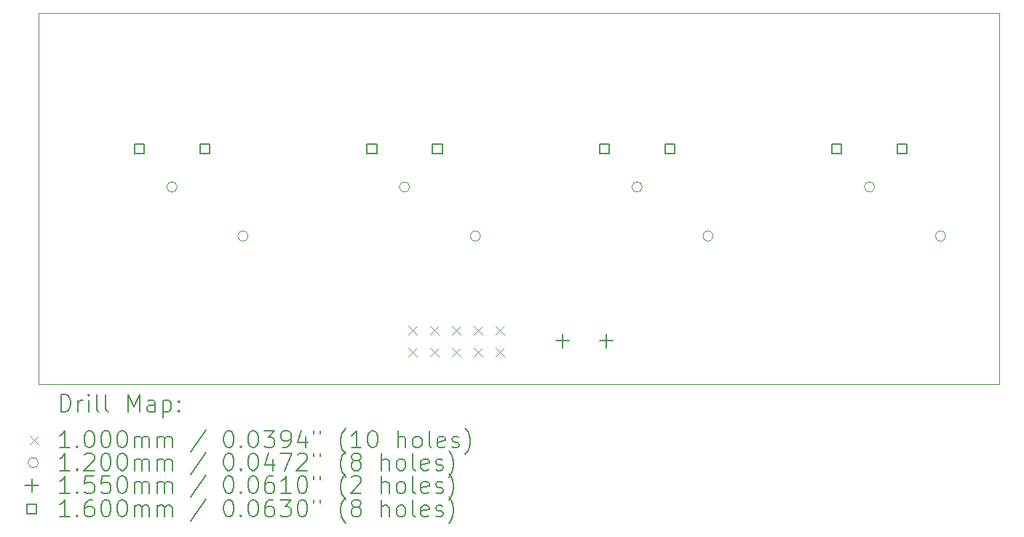
<source format=gbr>
%TF.GenerationSoftware,KiCad,Pcbnew,7.0.6*%
%TF.CreationDate,2023-11-23T12:56:35+01:00*%
%TF.ProjectId,xlrfemale,786c7266-656d-4616-9c65-2e6b69636164,1*%
%TF.SameCoordinates,Original*%
%TF.FileFunction,Drillmap*%
%TF.FilePolarity,Positive*%
%FSLAX45Y45*%
G04 Gerber Fmt 4.5, Leading zero omitted, Abs format (unit mm)*
G04 Created by KiCad (PCBNEW 7.0.6) date 2023-11-23 12:56:35*
%MOMM*%
%LPD*%
G01*
G04 APERTURE LIST*
%ADD10C,0.100000*%
%ADD11C,0.200000*%
%ADD12C,0.120000*%
%ADD13C,0.155000*%
%ADD14C,0.160000*%
G04 APERTURE END LIST*
D10*
X8890000Y-7620000D02*
X20066000Y-7620000D01*
X20066000Y-11938000D01*
X8890000Y-11938000D01*
X8890000Y-7620000D01*
D11*
D10*
X13186400Y-11255000D02*
X13286400Y-11355000D01*
X13286400Y-11255000D02*
X13186400Y-11355000D01*
X13186400Y-11509000D02*
X13286400Y-11609000D01*
X13286400Y-11509000D02*
X13186400Y-11609000D01*
X13440400Y-11255000D02*
X13540400Y-11355000D01*
X13540400Y-11255000D02*
X13440400Y-11355000D01*
X13440400Y-11509000D02*
X13540400Y-11609000D01*
X13540400Y-11509000D02*
X13440400Y-11609000D01*
X13694400Y-11255000D02*
X13794400Y-11355000D01*
X13794400Y-11255000D02*
X13694400Y-11355000D01*
X13694400Y-11509000D02*
X13794400Y-11609000D01*
X13794400Y-11509000D02*
X13694400Y-11609000D01*
X13948400Y-11255000D02*
X14048400Y-11355000D01*
X14048400Y-11255000D02*
X13948400Y-11355000D01*
X13948400Y-11509000D02*
X14048400Y-11609000D01*
X14048400Y-11509000D02*
X13948400Y-11609000D01*
X14202400Y-11255000D02*
X14302400Y-11355000D01*
X14302400Y-11255000D02*
X14202400Y-11355000D01*
X14202400Y-11509000D02*
X14302400Y-11609000D01*
X14302400Y-11509000D02*
X14202400Y-11609000D01*
D12*
X10499400Y-9639800D02*
G75*
G03*
X10499400Y-9639800I-60000J0D01*
G01*
X11324400Y-10210800D02*
G75*
G03*
X11324400Y-10210800I-60000J0D01*
G01*
X13204400Y-9639800D02*
G75*
G03*
X13204400Y-9639800I-60000J0D01*
G01*
X14029400Y-10210800D02*
G75*
G03*
X14029400Y-10210800I-60000J0D01*
G01*
X15909400Y-9639800D02*
G75*
G03*
X15909400Y-9639800I-60000J0D01*
G01*
X16734400Y-10210800D02*
G75*
G03*
X16734400Y-10210800I-60000J0D01*
G01*
X18614400Y-9639800D02*
G75*
G03*
X18614400Y-9639800I-60000J0D01*
G01*
X19439400Y-10210800D02*
G75*
G03*
X19439400Y-10210800I-60000J0D01*
G01*
D13*
X14986000Y-11352500D02*
X14986000Y-11507500D01*
X14908500Y-11430000D02*
X15063500Y-11430000D01*
X15494000Y-11352500D02*
X15494000Y-11507500D01*
X15416500Y-11430000D02*
X15571500Y-11430000D01*
D14*
X10114969Y-9251369D02*
X10114969Y-9138231D01*
X10001831Y-9138231D01*
X10001831Y-9251369D01*
X10114969Y-9251369D01*
X10876969Y-9251369D02*
X10876969Y-9138231D01*
X10763831Y-9138231D01*
X10763831Y-9251369D01*
X10876969Y-9251369D01*
X12819969Y-9251369D02*
X12819969Y-9138231D01*
X12706831Y-9138231D01*
X12706831Y-9251369D01*
X12819969Y-9251369D01*
X13581969Y-9251369D02*
X13581969Y-9138231D01*
X13468831Y-9138231D01*
X13468831Y-9251369D01*
X13581969Y-9251369D01*
X15524969Y-9251369D02*
X15524969Y-9138231D01*
X15411831Y-9138231D01*
X15411831Y-9251369D01*
X15524969Y-9251369D01*
X16286969Y-9251369D02*
X16286969Y-9138231D01*
X16173831Y-9138231D01*
X16173831Y-9251369D01*
X16286969Y-9251369D01*
X18229969Y-9251369D02*
X18229969Y-9138231D01*
X18116831Y-9138231D01*
X18116831Y-9251369D01*
X18229969Y-9251369D01*
X18991969Y-9251369D02*
X18991969Y-9138231D01*
X18878831Y-9138231D01*
X18878831Y-9251369D01*
X18991969Y-9251369D01*
D11*
X9145777Y-12254484D02*
X9145777Y-12054484D01*
X9145777Y-12054484D02*
X9193396Y-12054484D01*
X9193396Y-12054484D02*
X9221967Y-12064008D01*
X9221967Y-12064008D02*
X9241015Y-12083055D01*
X9241015Y-12083055D02*
X9250539Y-12102103D01*
X9250539Y-12102103D02*
X9260063Y-12140198D01*
X9260063Y-12140198D02*
X9260063Y-12168769D01*
X9260063Y-12168769D02*
X9250539Y-12206865D01*
X9250539Y-12206865D02*
X9241015Y-12225912D01*
X9241015Y-12225912D02*
X9221967Y-12244960D01*
X9221967Y-12244960D02*
X9193396Y-12254484D01*
X9193396Y-12254484D02*
X9145777Y-12254484D01*
X9345777Y-12254484D02*
X9345777Y-12121150D01*
X9345777Y-12159246D02*
X9355301Y-12140198D01*
X9355301Y-12140198D02*
X9364824Y-12130674D01*
X9364824Y-12130674D02*
X9383872Y-12121150D01*
X9383872Y-12121150D02*
X9402920Y-12121150D01*
X9469586Y-12254484D02*
X9469586Y-12121150D01*
X9469586Y-12054484D02*
X9460063Y-12064008D01*
X9460063Y-12064008D02*
X9469586Y-12073531D01*
X9469586Y-12073531D02*
X9479110Y-12064008D01*
X9479110Y-12064008D02*
X9469586Y-12054484D01*
X9469586Y-12054484D02*
X9469586Y-12073531D01*
X9593396Y-12254484D02*
X9574348Y-12244960D01*
X9574348Y-12244960D02*
X9564824Y-12225912D01*
X9564824Y-12225912D02*
X9564824Y-12054484D01*
X9698158Y-12254484D02*
X9679110Y-12244960D01*
X9679110Y-12244960D02*
X9669586Y-12225912D01*
X9669586Y-12225912D02*
X9669586Y-12054484D01*
X9926729Y-12254484D02*
X9926729Y-12054484D01*
X9926729Y-12054484D02*
X9993396Y-12197341D01*
X9993396Y-12197341D02*
X10060063Y-12054484D01*
X10060063Y-12054484D02*
X10060063Y-12254484D01*
X10241015Y-12254484D02*
X10241015Y-12149722D01*
X10241015Y-12149722D02*
X10231491Y-12130674D01*
X10231491Y-12130674D02*
X10212444Y-12121150D01*
X10212444Y-12121150D02*
X10174348Y-12121150D01*
X10174348Y-12121150D02*
X10155301Y-12130674D01*
X10241015Y-12244960D02*
X10221967Y-12254484D01*
X10221967Y-12254484D02*
X10174348Y-12254484D01*
X10174348Y-12254484D02*
X10155301Y-12244960D01*
X10155301Y-12244960D02*
X10145777Y-12225912D01*
X10145777Y-12225912D02*
X10145777Y-12206865D01*
X10145777Y-12206865D02*
X10155301Y-12187817D01*
X10155301Y-12187817D02*
X10174348Y-12178293D01*
X10174348Y-12178293D02*
X10221967Y-12178293D01*
X10221967Y-12178293D02*
X10241015Y-12168769D01*
X10336253Y-12121150D02*
X10336253Y-12321150D01*
X10336253Y-12130674D02*
X10355301Y-12121150D01*
X10355301Y-12121150D02*
X10393396Y-12121150D01*
X10393396Y-12121150D02*
X10412444Y-12130674D01*
X10412444Y-12130674D02*
X10421967Y-12140198D01*
X10421967Y-12140198D02*
X10431491Y-12159246D01*
X10431491Y-12159246D02*
X10431491Y-12216388D01*
X10431491Y-12216388D02*
X10421967Y-12235436D01*
X10421967Y-12235436D02*
X10412444Y-12244960D01*
X10412444Y-12244960D02*
X10393396Y-12254484D01*
X10393396Y-12254484D02*
X10355301Y-12254484D01*
X10355301Y-12254484D02*
X10336253Y-12244960D01*
X10517205Y-12235436D02*
X10526729Y-12244960D01*
X10526729Y-12244960D02*
X10517205Y-12254484D01*
X10517205Y-12254484D02*
X10507682Y-12244960D01*
X10507682Y-12244960D02*
X10517205Y-12235436D01*
X10517205Y-12235436D02*
X10517205Y-12254484D01*
X10517205Y-12130674D02*
X10526729Y-12140198D01*
X10526729Y-12140198D02*
X10517205Y-12149722D01*
X10517205Y-12149722D02*
X10507682Y-12140198D01*
X10507682Y-12140198D02*
X10517205Y-12130674D01*
X10517205Y-12130674D02*
X10517205Y-12149722D01*
D10*
X8785000Y-12533000D02*
X8885000Y-12633000D01*
X8885000Y-12533000D02*
X8785000Y-12633000D01*
D11*
X9250539Y-12674484D02*
X9136253Y-12674484D01*
X9193396Y-12674484D02*
X9193396Y-12474484D01*
X9193396Y-12474484D02*
X9174348Y-12503055D01*
X9174348Y-12503055D02*
X9155301Y-12522103D01*
X9155301Y-12522103D02*
X9136253Y-12531627D01*
X9336253Y-12655436D02*
X9345777Y-12664960D01*
X9345777Y-12664960D02*
X9336253Y-12674484D01*
X9336253Y-12674484D02*
X9326729Y-12664960D01*
X9326729Y-12664960D02*
X9336253Y-12655436D01*
X9336253Y-12655436D02*
X9336253Y-12674484D01*
X9469586Y-12474484D02*
X9488634Y-12474484D01*
X9488634Y-12474484D02*
X9507682Y-12484008D01*
X9507682Y-12484008D02*
X9517205Y-12493531D01*
X9517205Y-12493531D02*
X9526729Y-12512579D01*
X9526729Y-12512579D02*
X9536253Y-12550674D01*
X9536253Y-12550674D02*
X9536253Y-12598293D01*
X9536253Y-12598293D02*
X9526729Y-12636388D01*
X9526729Y-12636388D02*
X9517205Y-12655436D01*
X9517205Y-12655436D02*
X9507682Y-12664960D01*
X9507682Y-12664960D02*
X9488634Y-12674484D01*
X9488634Y-12674484D02*
X9469586Y-12674484D01*
X9469586Y-12674484D02*
X9450539Y-12664960D01*
X9450539Y-12664960D02*
X9441015Y-12655436D01*
X9441015Y-12655436D02*
X9431491Y-12636388D01*
X9431491Y-12636388D02*
X9421967Y-12598293D01*
X9421967Y-12598293D02*
X9421967Y-12550674D01*
X9421967Y-12550674D02*
X9431491Y-12512579D01*
X9431491Y-12512579D02*
X9441015Y-12493531D01*
X9441015Y-12493531D02*
X9450539Y-12484008D01*
X9450539Y-12484008D02*
X9469586Y-12474484D01*
X9660063Y-12474484D02*
X9679110Y-12474484D01*
X9679110Y-12474484D02*
X9698158Y-12484008D01*
X9698158Y-12484008D02*
X9707682Y-12493531D01*
X9707682Y-12493531D02*
X9717205Y-12512579D01*
X9717205Y-12512579D02*
X9726729Y-12550674D01*
X9726729Y-12550674D02*
X9726729Y-12598293D01*
X9726729Y-12598293D02*
X9717205Y-12636388D01*
X9717205Y-12636388D02*
X9707682Y-12655436D01*
X9707682Y-12655436D02*
X9698158Y-12664960D01*
X9698158Y-12664960D02*
X9679110Y-12674484D01*
X9679110Y-12674484D02*
X9660063Y-12674484D01*
X9660063Y-12674484D02*
X9641015Y-12664960D01*
X9641015Y-12664960D02*
X9631491Y-12655436D01*
X9631491Y-12655436D02*
X9621967Y-12636388D01*
X9621967Y-12636388D02*
X9612444Y-12598293D01*
X9612444Y-12598293D02*
X9612444Y-12550674D01*
X9612444Y-12550674D02*
X9621967Y-12512579D01*
X9621967Y-12512579D02*
X9631491Y-12493531D01*
X9631491Y-12493531D02*
X9641015Y-12484008D01*
X9641015Y-12484008D02*
X9660063Y-12474484D01*
X9850539Y-12474484D02*
X9869586Y-12474484D01*
X9869586Y-12474484D02*
X9888634Y-12484008D01*
X9888634Y-12484008D02*
X9898158Y-12493531D01*
X9898158Y-12493531D02*
X9907682Y-12512579D01*
X9907682Y-12512579D02*
X9917205Y-12550674D01*
X9917205Y-12550674D02*
X9917205Y-12598293D01*
X9917205Y-12598293D02*
X9907682Y-12636388D01*
X9907682Y-12636388D02*
X9898158Y-12655436D01*
X9898158Y-12655436D02*
X9888634Y-12664960D01*
X9888634Y-12664960D02*
X9869586Y-12674484D01*
X9869586Y-12674484D02*
X9850539Y-12674484D01*
X9850539Y-12674484D02*
X9831491Y-12664960D01*
X9831491Y-12664960D02*
X9821967Y-12655436D01*
X9821967Y-12655436D02*
X9812444Y-12636388D01*
X9812444Y-12636388D02*
X9802920Y-12598293D01*
X9802920Y-12598293D02*
X9802920Y-12550674D01*
X9802920Y-12550674D02*
X9812444Y-12512579D01*
X9812444Y-12512579D02*
X9821967Y-12493531D01*
X9821967Y-12493531D02*
X9831491Y-12484008D01*
X9831491Y-12484008D02*
X9850539Y-12474484D01*
X10002920Y-12674484D02*
X10002920Y-12541150D01*
X10002920Y-12560198D02*
X10012444Y-12550674D01*
X10012444Y-12550674D02*
X10031491Y-12541150D01*
X10031491Y-12541150D02*
X10060063Y-12541150D01*
X10060063Y-12541150D02*
X10079110Y-12550674D01*
X10079110Y-12550674D02*
X10088634Y-12569722D01*
X10088634Y-12569722D02*
X10088634Y-12674484D01*
X10088634Y-12569722D02*
X10098158Y-12550674D01*
X10098158Y-12550674D02*
X10117205Y-12541150D01*
X10117205Y-12541150D02*
X10145777Y-12541150D01*
X10145777Y-12541150D02*
X10164825Y-12550674D01*
X10164825Y-12550674D02*
X10174348Y-12569722D01*
X10174348Y-12569722D02*
X10174348Y-12674484D01*
X10269586Y-12674484D02*
X10269586Y-12541150D01*
X10269586Y-12560198D02*
X10279110Y-12550674D01*
X10279110Y-12550674D02*
X10298158Y-12541150D01*
X10298158Y-12541150D02*
X10326729Y-12541150D01*
X10326729Y-12541150D02*
X10345777Y-12550674D01*
X10345777Y-12550674D02*
X10355301Y-12569722D01*
X10355301Y-12569722D02*
X10355301Y-12674484D01*
X10355301Y-12569722D02*
X10364825Y-12550674D01*
X10364825Y-12550674D02*
X10383872Y-12541150D01*
X10383872Y-12541150D02*
X10412444Y-12541150D01*
X10412444Y-12541150D02*
X10431491Y-12550674D01*
X10431491Y-12550674D02*
X10441015Y-12569722D01*
X10441015Y-12569722D02*
X10441015Y-12674484D01*
X10831491Y-12464960D02*
X10660063Y-12722103D01*
X11088634Y-12474484D02*
X11107682Y-12474484D01*
X11107682Y-12474484D02*
X11126729Y-12484008D01*
X11126729Y-12484008D02*
X11136253Y-12493531D01*
X11136253Y-12493531D02*
X11145777Y-12512579D01*
X11145777Y-12512579D02*
X11155301Y-12550674D01*
X11155301Y-12550674D02*
X11155301Y-12598293D01*
X11155301Y-12598293D02*
X11145777Y-12636388D01*
X11145777Y-12636388D02*
X11136253Y-12655436D01*
X11136253Y-12655436D02*
X11126729Y-12664960D01*
X11126729Y-12664960D02*
X11107682Y-12674484D01*
X11107682Y-12674484D02*
X11088634Y-12674484D01*
X11088634Y-12674484D02*
X11069587Y-12664960D01*
X11069587Y-12664960D02*
X11060063Y-12655436D01*
X11060063Y-12655436D02*
X11050539Y-12636388D01*
X11050539Y-12636388D02*
X11041015Y-12598293D01*
X11041015Y-12598293D02*
X11041015Y-12550674D01*
X11041015Y-12550674D02*
X11050539Y-12512579D01*
X11050539Y-12512579D02*
X11060063Y-12493531D01*
X11060063Y-12493531D02*
X11069587Y-12484008D01*
X11069587Y-12484008D02*
X11088634Y-12474484D01*
X11241015Y-12655436D02*
X11250539Y-12664960D01*
X11250539Y-12664960D02*
X11241015Y-12674484D01*
X11241015Y-12674484D02*
X11231491Y-12664960D01*
X11231491Y-12664960D02*
X11241015Y-12655436D01*
X11241015Y-12655436D02*
X11241015Y-12674484D01*
X11374348Y-12474484D02*
X11393396Y-12474484D01*
X11393396Y-12474484D02*
X11412444Y-12484008D01*
X11412444Y-12484008D02*
X11421967Y-12493531D01*
X11421967Y-12493531D02*
X11431491Y-12512579D01*
X11431491Y-12512579D02*
X11441015Y-12550674D01*
X11441015Y-12550674D02*
X11441015Y-12598293D01*
X11441015Y-12598293D02*
X11431491Y-12636388D01*
X11431491Y-12636388D02*
X11421967Y-12655436D01*
X11421967Y-12655436D02*
X11412444Y-12664960D01*
X11412444Y-12664960D02*
X11393396Y-12674484D01*
X11393396Y-12674484D02*
X11374348Y-12674484D01*
X11374348Y-12674484D02*
X11355301Y-12664960D01*
X11355301Y-12664960D02*
X11345777Y-12655436D01*
X11345777Y-12655436D02*
X11336253Y-12636388D01*
X11336253Y-12636388D02*
X11326729Y-12598293D01*
X11326729Y-12598293D02*
X11326729Y-12550674D01*
X11326729Y-12550674D02*
X11336253Y-12512579D01*
X11336253Y-12512579D02*
X11345777Y-12493531D01*
X11345777Y-12493531D02*
X11355301Y-12484008D01*
X11355301Y-12484008D02*
X11374348Y-12474484D01*
X11507682Y-12474484D02*
X11631491Y-12474484D01*
X11631491Y-12474484D02*
X11564825Y-12550674D01*
X11564825Y-12550674D02*
X11593396Y-12550674D01*
X11593396Y-12550674D02*
X11612444Y-12560198D01*
X11612444Y-12560198D02*
X11621967Y-12569722D01*
X11621967Y-12569722D02*
X11631491Y-12588769D01*
X11631491Y-12588769D02*
X11631491Y-12636388D01*
X11631491Y-12636388D02*
X11621967Y-12655436D01*
X11621967Y-12655436D02*
X11612444Y-12664960D01*
X11612444Y-12664960D02*
X11593396Y-12674484D01*
X11593396Y-12674484D02*
X11536253Y-12674484D01*
X11536253Y-12674484D02*
X11517206Y-12664960D01*
X11517206Y-12664960D02*
X11507682Y-12655436D01*
X11726729Y-12674484D02*
X11764825Y-12674484D01*
X11764825Y-12674484D02*
X11783872Y-12664960D01*
X11783872Y-12664960D02*
X11793396Y-12655436D01*
X11793396Y-12655436D02*
X11812444Y-12626865D01*
X11812444Y-12626865D02*
X11821967Y-12588769D01*
X11821967Y-12588769D02*
X11821967Y-12512579D01*
X11821967Y-12512579D02*
X11812444Y-12493531D01*
X11812444Y-12493531D02*
X11802920Y-12484008D01*
X11802920Y-12484008D02*
X11783872Y-12474484D01*
X11783872Y-12474484D02*
X11745777Y-12474484D01*
X11745777Y-12474484D02*
X11726729Y-12484008D01*
X11726729Y-12484008D02*
X11717206Y-12493531D01*
X11717206Y-12493531D02*
X11707682Y-12512579D01*
X11707682Y-12512579D02*
X11707682Y-12560198D01*
X11707682Y-12560198D02*
X11717206Y-12579246D01*
X11717206Y-12579246D02*
X11726729Y-12588769D01*
X11726729Y-12588769D02*
X11745777Y-12598293D01*
X11745777Y-12598293D02*
X11783872Y-12598293D01*
X11783872Y-12598293D02*
X11802920Y-12588769D01*
X11802920Y-12588769D02*
X11812444Y-12579246D01*
X11812444Y-12579246D02*
X11821967Y-12560198D01*
X11993396Y-12541150D02*
X11993396Y-12674484D01*
X11945777Y-12464960D02*
X11898158Y-12607817D01*
X11898158Y-12607817D02*
X12021967Y-12607817D01*
X12088634Y-12474484D02*
X12088634Y-12512579D01*
X12164825Y-12474484D02*
X12164825Y-12512579D01*
X12460063Y-12750674D02*
X12450539Y-12741150D01*
X12450539Y-12741150D02*
X12431491Y-12712579D01*
X12431491Y-12712579D02*
X12421968Y-12693531D01*
X12421968Y-12693531D02*
X12412444Y-12664960D01*
X12412444Y-12664960D02*
X12402920Y-12617341D01*
X12402920Y-12617341D02*
X12402920Y-12579246D01*
X12402920Y-12579246D02*
X12412444Y-12531627D01*
X12412444Y-12531627D02*
X12421968Y-12503055D01*
X12421968Y-12503055D02*
X12431491Y-12484008D01*
X12431491Y-12484008D02*
X12450539Y-12455436D01*
X12450539Y-12455436D02*
X12460063Y-12445912D01*
X12641015Y-12674484D02*
X12526729Y-12674484D01*
X12583872Y-12674484D02*
X12583872Y-12474484D01*
X12583872Y-12474484D02*
X12564825Y-12503055D01*
X12564825Y-12503055D02*
X12545777Y-12522103D01*
X12545777Y-12522103D02*
X12526729Y-12531627D01*
X12764825Y-12474484D02*
X12783872Y-12474484D01*
X12783872Y-12474484D02*
X12802920Y-12484008D01*
X12802920Y-12484008D02*
X12812444Y-12493531D01*
X12812444Y-12493531D02*
X12821968Y-12512579D01*
X12821968Y-12512579D02*
X12831491Y-12550674D01*
X12831491Y-12550674D02*
X12831491Y-12598293D01*
X12831491Y-12598293D02*
X12821968Y-12636388D01*
X12821968Y-12636388D02*
X12812444Y-12655436D01*
X12812444Y-12655436D02*
X12802920Y-12664960D01*
X12802920Y-12664960D02*
X12783872Y-12674484D01*
X12783872Y-12674484D02*
X12764825Y-12674484D01*
X12764825Y-12674484D02*
X12745777Y-12664960D01*
X12745777Y-12664960D02*
X12736253Y-12655436D01*
X12736253Y-12655436D02*
X12726729Y-12636388D01*
X12726729Y-12636388D02*
X12717206Y-12598293D01*
X12717206Y-12598293D02*
X12717206Y-12550674D01*
X12717206Y-12550674D02*
X12726729Y-12512579D01*
X12726729Y-12512579D02*
X12736253Y-12493531D01*
X12736253Y-12493531D02*
X12745777Y-12484008D01*
X12745777Y-12484008D02*
X12764825Y-12474484D01*
X13069587Y-12674484D02*
X13069587Y-12474484D01*
X13155301Y-12674484D02*
X13155301Y-12569722D01*
X13155301Y-12569722D02*
X13145777Y-12550674D01*
X13145777Y-12550674D02*
X13126730Y-12541150D01*
X13126730Y-12541150D02*
X13098158Y-12541150D01*
X13098158Y-12541150D02*
X13079110Y-12550674D01*
X13079110Y-12550674D02*
X13069587Y-12560198D01*
X13279110Y-12674484D02*
X13260063Y-12664960D01*
X13260063Y-12664960D02*
X13250539Y-12655436D01*
X13250539Y-12655436D02*
X13241015Y-12636388D01*
X13241015Y-12636388D02*
X13241015Y-12579246D01*
X13241015Y-12579246D02*
X13250539Y-12560198D01*
X13250539Y-12560198D02*
X13260063Y-12550674D01*
X13260063Y-12550674D02*
X13279110Y-12541150D01*
X13279110Y-12541150D02*
X13307682Y-12541150D01*
X13307682Y-12541150D02*
X13326730Y-12550674D01*
X13326730Y-12550674D02*
X13336253Y-12560198D01*
X13336253Y-12560198D02*
X13345777Y-12579246D01*
X13345777Y-12579246D02*
X13345777Y-12636388D01*
X13345777Y-12636388D02*
X13336253Y-12655436D01*
X13336253Y-12655436D02*
X13326730Y-12664960D01*
X13326730Y-12664960D02*
X13307682Y-12674484D01*
X13307682Y-12674484D02*
X13279110Y-12674484D01*
X13460063Y-12674484D02*
X13441015Y-12664960D01*
X13441015Y-12664960D02*
X13431491Y-12645912D01*
X13431491Y-12645912D02*
X13431491Y-12474484D01*
X13612444Y-12664960D02*
X13593396Y-12674484D01*
X13593396Y-12674484D02*
X13555301Y-12674484D01*
X13555301Y-12674484D02*
X13536253Y-12664960D01*
X13536253Y-12664960D02*
X13526730Y-12645912D01*
X13526730Y-12645912D02*
X13526730Y-12569722D01*
X13526730Y-12569722D02*
X13536253Y-12550674D01*
X13536253Y-12550674D02*
X13555301Y-12541150D01*
X13555301Y-12541150D02*
X13593396Y-12541150D01*
X13593396Y-12541150D02*
X13612444Y-12550674D01*
X13612444Y-12550674D02*
X13621968Y-12569722D01*
X13621968Y-12569722D02*
X13621968Y-12588769D01*
X13621968Y-12588769D02*
X13526730Y-12607817D01*
X13698158Y-12664960D02*
X13717206Y-12674484D01*
X13717206Y-12674484D02*
X13755301Y-12674484D01*
X13755301Y-12674484D02*
X13774349Y-12664960D01*
X13774349Y-12664960D02*
X13783872Y-12645912D01*
X13783872Y-12645912D02*
X13783872Y-12636388D01*
X13783872Y-12636388D02*
X13774349Y-12617341D01*
X13774349Y-12617341D02*
X13755301Y-12607817D01*
X13755301Y-12607817D02*
X13726730Y-12607817D01*
X13726730Y-12607817D02*
X13707682Y-12598293D01*
X13707682Y-12598293D02*
X13698158Y-12579246D01*
X13698158Y-12579246D02*
X13698158Y-12569722D01*
X13698158Y-12569722D02*
X13707682Y-12550674D01*
X13707682Y-12550674D02*
X13726730Y-12541150D01*
X13726730Y-12541150D02*
X13755301Y-12541150D01*
X13755301Y-12541150D02*
X13774349Y-12550674D01*
X13850539Y-12750674D02*
X13860063Y-12741150D01*
X13860063Y-12741150D02*
X13879111Y-12712579D01*
X13879111Y-12712579D02*
X13888634Y-12693531D01*
X13888634Y-12693531D02*
X13898158Y-12664960D01*
X13898158Y-12664960D02*
X13907682Y-12617341D01*
X13907682Y-12617341D02*
X13907682Y-12579246D01*
X13907682Y-12579246D02*
X13898158Y-12531627D01*
X13898158Y-12531627D02*
X13888634Y-12503055D01*
X13888634Y-12503055D02*
X13879111Y-12484008D01*
X13879111Y-12484008D02*
X13860063Y-12455436D01*
X13860063Y-12455436D02*
X13850539Y-12445912D01*
D12*
X8885000Y-12847000D02*
G75*
G03*
X8885000Y-12847000I-60000J0D01*
G01*
D11*
X9250539Y-12938484D02*
X9136253Y-12938484D01*
X9193396Y-12938484D02*
X9193396Y-12738484D01*
X9193396Y-12738484D02*
X9174348Y-12767055D01*
X9174348Y-12767055D02*
X9155301Y-12786103D01*
X9155301Y-12786103D02*
X9136253Y-12795627D01*
X9336253Y-12919436D02*
X9345777Y-12928960D01*
X9345777Y-12928960D02*
X9336253Y-12938484D01*
X9336253Y-12938484D02*
X9326729Y-12928960D01*
X9326729Y-12928960D02*
X9336253Y-12919436D01*
X9336253Y-12919436D02*
X9336253Y-12938484D01*
X9421967Y-12757531D02*
X9431491Y-12748008D01*
X9431491Y-12748008D02*
X9450539Y-12738484D01*
X9450539Y-12738484D02*
X9498158Y-12738484D01*
X9498158Y-12738484D02*
X9517205Y-12748008D01*
X9517205Y-12748008D02*
X9526729Y-12757531D01*
X9526729Y-12757531D02*
X9536253Y-12776579D01*
X9536253Y-12776579D02*
X9536253Y-12795627D01*
X9536253Y-12795627D02*
X9526729Y-12824198D01*
X9526729Y-12824198D02*
X9412444Y-12938484D01*
X9412444Y-12938484D02*
X9536253Y-12938484D01*
X9660063Y-12738484D02*
X9679110Y-12738484D01*
X9679110Y-12738484D02*
X9698158Y-12748008D01*
X9698158Y-12748008D02*
X9707682Y-12757531D01*
X9707682Y-12757531D02*
X9717205Y-12776579D01*
X9717205Y-12776579D02*
X9726729Y-12814674D01*
X9726729Y-12814674D02*
X9726729Y-12862293D01*
X9726729Y-12862293D02*
X9717205Y-12900388D01*
X9717205Y-12900388D02*
X9707682Y-12919436D01*
X9707682Y-12919436D02*
X9698158Y-12928960D01*
X9698158Y-12928960D02*
X9679110Y-12938484D01*
X9679110Y-12938484D02*
X9660063Y-12938484D01*
X9660063Y-12938484D02*
X9641015Y-12928960D01*
X9641015Y-12928960D02*
X9631491Y-12919436D01*
X9631491Y-12919436D02*
X9621967Y-12900388D01*
X9621967Y-12900388D02*
X9612444Y-12862293D01*
X9612444Y-12862293D02*
X9612444Y-12814674D01*
X9612444Y-12814674D02*
X9621967Y-12776579D01*
X9621967Y-12776579D02*
X9631491Y-12757531D01*
X9631491Y-12757531D02*
X9641015Y-12748008D01*
X9641015Y-12748008D02*
X9660063Y-12738484D01*
X9850539Y-12738484D02*
X9869586Y-12738484D01*
X9869586Y-12738484D02*
X9888634Y-12748008D01*
X9888634Y-12748008D02*
X9898158Y-12757531D01*
X9898158Y-12757531D02*
X9907682Y-12776579D01*
X9907682Y-12776579D02*
X9917205Y-12814674D01*
X9917205Y-12814674D02*
X9917205Y-12862293D01*
X9917205Y-12862293D02*
X9907682Y-12900388D01*
X9907682Y-12900388D02*
X9898158Y-12919436D01*
X9898158Y-12919436D02*
X9888634Y-12928960D01*
X9888634Y-12928960D02*
X9869586Y-12938484D01*
X9869586Y-12938484D02*
X9850539Y-12938484D01*
X9850539Y-12938484D02*
X9831491Y-12928960D01*
X9831491Y-12928960D02*
X9821967Y-12919436D01*
X9821967Y-12919436D02*
X9812444Y-12900388D01*
X9812444Y-12900388D02*
X9802920Y-12862293D01*
X9802920Y-12862293D02*
X9802920Y-12814674D01*
X9802920Y-12814674D02*
X9812444Y-12776579D01*
X9812444Y-12776579D02*
X9821967Y-12757531D01*
X9821967Y-12757531D02*
X9831491Y-12748008D01*
X9831491Y-12748008D02*
X9850539Y-12738484D01*
X10002920Y-12938484D02*
X10002920Y-12805150D01*
X10002920Y-12824198D02*
X10012444Y-12814674D01*
X10012444Y-12814674D02*
X10031491Y-12805150D01*
X10031491Y-12805150D02*
X10060063Y-12805150D01*
X10060063Y-12805150D02*
X10079110Y-12814674D01*
X10079110Y-12814674D02*
X10088634Y-12833722D01*
X10088634Y-12833722D02*
X10088634Y-12938484D01*
X10088634Y-12833722D02*
X10098158Y-12814674D01*
X10098158Y-12814674D02*
X10117205Y-12805150D01*
X10117205Y-12805150D02*
X10145777Y-12805150D01*
X10145777Y-12805150D02*
X10164825Y-12814674D01*
X10164825Y-12814674D02*
X10174348Y-12833722D01*
X10174348Y-12833722D02*
X10174348Y-12938484D01*
X10269586Y-12938484D02*
X10269586Y-12805150D01*
X10269586Y-12824198D02*
X10279110Y-12814674D01*
X10279110Y-12814674D02*
X10298158Y-12805150D01*
X10298158Y-12805150D02*
X10326729Y-12805150D01*
X10326729Y-12805150D02*
X10345777Y-12814674D01*
X10345777Y-12814674D02*
X10355301Y-12833722D01*
X10355301Y-12833722D02*
X10355301Y-12938484D01*
X10355301Y-12833722D02*
X10364825Y-12814674D01*
X10364825Y-12814674D02*
X10383872Y-12805150D01*
X10383872Y-12805150D02*
X10412444Y-12805150D01*
X10412444Y-12805150D02*
X10431491Y-12814674D01*
X10431491Y-12814674D02*
X10441015Y-12833722D01*
X10441015Y-12833722D02*
X10441015Y-12938484D01*
X10831491Y-12728960D02*
X10660063Y-12986103D01*
X11088634Y-12738484D02*
X11107682Y-12738484D01*
X11107682Y-12738484D02*
X11126729Y-12748008D01*
X11126729Y-12748008D02*
X11136253Y-12757531D01*
X11136253Y-12757531D02*
X11145777Y-12776579D01*
X11145777Y-12776579D02*
X11155301Y-12814674D01*
X11155301Y-12814674D02*
X11155301Y-12862293D01*
X11155301Y-12862293D02*
X11145777Y-12900388D01*
X11145777Y-12900388D02*
X11136253Y-12919436D01*
X11136253Y-12919436D02*
X11126729Y-12928960D01*
X11126729Y-12928960D02*
X11107682Y-12938484D01*
X11107682Y-12938484D02*
X11088634Y-12938484D01*
X11088634Y-12938484D02*
X11069587Y-12928960D01*
X11069587Y-12928960D02*
X11060063Y-12919436D01*
X11060063Y-12919436D02*
X11050539Y-12900388D01*
X11050539Y-12900388D02*
X11041015Y-12862293D01*
X11041015Y-12862293D02*
X11041015Y-12814674D01*
X11041015Y-12814674D02*
X11050539Y-12776579D01*
X11050539Y-12776579D02*
X11060063Y-12757531D01*
X11060063Y-12757531D02*
X11069587Y-12748008D01*
X11069587Y-12748008D02*
X11088634Y-12738484D01*
X11241015Y-12919436D02*
X11250539Y-12928960D01*
X11250539Y-12928960D02*
X11241015Y-12938484D01*
X11241015Y-12938484D02*
X11231491Y-12928960D01*
X11231491Y-12928960D02*
X11241015Y-12919436D01*
X11241015Y-12919436D02*
X11241015Y-12938484D01*
X11374348Y-12738484D02*
X11393396Y-12738484D01*
X11393396Y-12738484D02*
X11412444Y-12748008D01*
X11412444Y-12748008D02*
X11421967Y-12757531D01*
X11421967Y-12757531D02*
X11431491Y-12776579D01*
X11431491Y-12776579D02*
X11441015Y-12814674D01*
X11441015Y-12814674D02*
X11441015Y-12862293D01*
X11441015Y-12862293D02*
X11431491Y-12900388D01*
X11431491Y-12900388D02*
X11421967Y-12919436D01*
X11421967Y-12919436D02*
X11412444Y-12928960D01*
X11412444Y-12928960D02*
X11393396Y-12938484D01*
X11393396Y-12938484D02*
X11374348Y-12938484D01*
X11374348Y-12938484D02*
X11355301Y-12928960D01*
X11355301Y-12928960D02*
X11345777Y-12919436D01*
X11345777Y-12919436D02*
X11336253Y-12900388D01*
X11336253Y-12900388D02*
X11326729Y-12862293D01*
X11326729Y-12862293D02*
X11326729Y-12814674D01*
X11326729Y-12814674D02*
X11336253Y-12776579D01*
X11336253Y-12776579D02*
X11345777Y-12757531D01*
X11345777Y-12757531D02*
X11355301Y-12748008D01*
X11355301Y-12748008D02*
X11374348Y-12738484D01*
X11612444Y-12805150D02*
X11612444Y-12938484D01*
X11564825Y-12728960D02*
X11517206Y-12871817D01*
X11517206Y-12871817D02*
X11641015Y-12871817D01*
X11698158Y-12738484D02*
X11831491Y-12738484D01*
X11831491Y-12738484D02*
X11745777Y-12938484D01*
X11898158Y-12757531D02*
X11907682Y-12748008D01*
X11907682Y-12748008D02*
X11926729Y-12738484D01*
X11926729Y-12738484D02*
X11974348Y-12738484D01*
X11974348Y-12738484D02*
X11993396Y-12748008D01*
X11993396Y-12748008D02*
X12002920Y-12757531D01*
X12002920Y-12757531D02*
X12012444Y-12776579D01*
X12012444Y-12776579D02*
X12012444Y-12795627D01*
X12012444Y-12795627D02*
X12002920Y-12824198D01*
X12002920Y-12824198D02*
X11888634Y-12938484D01*
X11888634Y-12938484D02*
X12012444Y-12938484D01*
X12088634Y-12738484D02*
X12088634Y-12776579D01*
X12164825Y-12738484D02*
X12164825Y-12776579D01*
X12460063Y-13014674D02*
X12450539Y-13005150D01*
X12450539Y-13005150D02*
X12431491Y-12976579D01*
X12431491Y-12976579D02*
X12421968Y-12957531D01*
X12421968Y-12957531D02*
X12412444Y-12928960D01*
X12412444Y-12928960D02*
X12402920Y-12881341D01*
X12402920Y-12881341D02*
X12402920Y-12843246D01*
X12402920Y-12843246D02*
X12412444Y-12795627D01*
X12412444Y-12795627D02*
X12421968Y-12767055D01*
X12421968Y-12767055D02*
X12431491Y-12748008D01*
X12431491Y-12748008D02*
X12450539Y-12719436D01*
X12450539Y-12719436D02*
X12460063Y-12709912D01*
X12564825Y-12824198D02*
X12545777Y-12814674D01*
X12545777Y-12814674D02*
X12536253Y-12805150D01*
X12536253Y-12805150D02*
X12526729Y-12786103D01*
X12526729Y-12786103D02*
X12526729Y-12776579D01*
X12526729Y-12776579D02*
X12536253Y-12757531D01*
X12536253Y-12757531D02*
X12545777Y-12748008D01*
X12545777Y-12748008D02*
X12564825Y-12738484D01*
X12564825Y-12738484D02*
X12602920Y-12738484D01*
X12602920Y-12738484D02*
X12621968Y-12748008D01*
X12621968Y-12748008D02*
X12631491Y-12757531D01*
X12631491Y-12757531D02*
X12641015Y-12776579D01*
X12641015Y-12776579D02*
X12641015Y-12786103D01*
X12641015Y-12786103D02*
X12631491Y-12805150D01*
X12631491Y-12805150D02*
X12621968Y-12814674D01*
X12621968Y-12814674D02*
X12602920Y-12824198D01*
X12602920Y-12824198D02*
X12564825Y-12824198D01*
X12564825Y-12824198D02*
X12545777Y-12833722D01*
X12545777Y-12833722D02*
X12536253Y-12843246D01*
X12536253Y-12843246D02*
X12526729Y-12862293D01*
X12526729Y-12862293D02*
X12526729Y-12900388D01*
X12526729Y-12900388D02*
X12536253Y-12919436D01*
X12536253Y-12919436D02*
X12545777Y-12928960D01*
X12545777Y-12928960D02*
X12564825Y-12938484D01*
X12564825Y-12938484D02*
X12602920Y-12938484D01*
X12602920Y-12938484D02*
X12621968Y-12928960D01*
X12621968Y-12928960D02*
X12631491Y-12919436D01*
X12631491Y-12919436D02*
X12641015Y-12900388D01*
X12641015Y-12900388D02*
X12641015Y-12862293D01*
X12641015Y-12862293D02*
X12631491Y-12843246D01*
X12631491Y-12843246D02*
X12621968Y-12833722D01*
X12621968Y-12833722D02*
X12602920Y-12824198D01*
X12879110Y-12938484D02*
X12879110Y-12738484D01*
X12964825Y-12938484D02*
X12964825Y-12833722D01*
X12964825Y-12833722D02*
X12955301Y-12814674D01*
X12955301Y-12814674D02*
X12936253Y-12805150D01*
X12936253Y-12805150D02*
X12907682Y-12805150D01*
X12907682Y-12805150D02*
X12888634Y-12814674D01*
X12888634Y-12814674D02*
X12879110Y-12824198D01*
X13088634Y-12938484D02*
X13069587Y-12928960D01*
X13069587Y-12928960D02*
X13060063Y-12919436D01*
X13060063Y-12919436D02*
X13050539Y-12900388D01*
X13050539Y-12900388D02*
X13050539Y-12843246D01*
X13050539Y-12843246D02*
X13060063Y-12824198D01*
X13060063Y-12824198D02*
X13069587Y-12814674D01*
X13069587Y-12814674D02*
X13088634Y-12805150D01*
X13088634Y-12805150D02*
X13117206Y-12805150D01*
X13117206Y-12805150D02*
X13136253Y-12814674D01*
X13136253Y-12814674D02*
X13145777Y-12824198D01*
X13145777Y-12824198D02*
X13155301Y-12843246D01*
X13155301Y-12843246D02*
X13155301Y-12900388D01*
X13155301Y-12900388D02*
X13145777Y-12919436D01*
X13145777Y-12919436D02*
X13136253Y-12928960D01*
X13136253Y-12928960D02*
X13117206Y-12938484D01*
X13117206Y-12938484D02*
X13088634Y-12938484D01*
X13269587Y-12938484D02*
X13250539Y-12928960D01*
X13250539Y-12928960D02*
X13241015Y-12909912D01*
X13241015Y-12909912D02*
X13241015Y-12738484D01*
X13421968Y-12928960D02*
X13402920Y-12938484D01*
X13402920Y-12938484D02*
X13364825Y-12938484D01*
X13364825Y-12938484D02*
X13345777Y-12928960D01*
X13345777Y-12928960D02*
X13336253Y-12909912D01*
X13336253Y-12909912D02*
X13336253Y-12833722D01*
X13336253Y-12833722D02*
X13345777Y-12814674D01*
X13345777Y-12814674D02*
X13364825Y-12805150D01*
X13364825Y-12805150D02*
X13402920Y-12805150D01*
X13402920Y-12805150D02*
X13421968Y-12814674D01*
X13421968Y-12814674D02*
X13431491Y-12833722D01*
X13431491Y-12833722D02*
X13431491Y-12852769D01*
X13431491Y-12852769D02*
X13336253Y-12871817D01*
X13507682Y-12928960D02*
X13526730Y-12938484D01*
X13526730Y-12938484D02*
X13564825Y-12938484D01*
X13564825Y-12938484D02*
X13583872Y-12928960D01*
X13583872Y-12928960D02*
X13593396Y-12909912D01*
X13593396Y-12909912D02*
X13593396Y-12900388D01*
X13593396Y-12900388D02*
X13583872Y-12881341D01*
X13583872Y-12881341D02*
X13564825Y-12871817D01*
X13564825Y-12871817D02*
X13536253Y-12871817D01*
X13536253Y-12871817D02*
X13517206Y-12862293D01*
X13517206Y-12862293D02*
X13507682Y-12843246D01*
X13507682Y-12843246D02*
X13507682Y-12833722D01*
X13507682Y-12833722D02*
X13517206Y-12814674D01*
X13517206Y-12814674D02*
X13536253Y-12805150D01*
X13536253Y-12805150D02*
X13564825Y-12805150D01*
X13564825Y-12805150D02*
X13583872Y-12814674D01*
X13660063Y-13014674D02*
X13669587Y-13005150D01*
X13669587Y-13005150D02*
X13688634Y-12976579D01*
X13688634Y-12976579D02*
X13698158Y-12957531D01*
X13698158Y-12957531D02*
X13707682Y-12928960D01*
X13707682Y-12928960D02*
X13717206Y-12881341D01*
X13717206Y-12881341D02*
X13717206Y-12843246D01*
X13717206Y-12843246D02*
X13707682Y-12795627D01*
X13707682Y-12795627D02*
X13698158Y-12767055D01*
X13698158Y-12767055D02*
X13688634Y-12748008D01*
X13688634Y-12748008D02*
X13669587Y-12719436D01*
X13669587Y-12719436D02*
X13660063Y-12709912D01*
D13*
X8807500Y-13033500D02*
X8807500Y-13188500D01*
X8730000Y-13111000D02*
X8885000Y-13111000D01*
D11*
X9250539Y-13202484D02*
X9136253Y-13202484D01*
X9193396Y-13202484D02*
X9193396Y-13002484D01*
X9193396Y-13002484D02*
X9174348Y-13031055D01*
X9174348Y-13031055D02*
X9155301Y-13050103D01*
X9155301Y-13050103D02*
X9136253Y-13059627D01*
X9336253Y-13183436D02*
X9345777Y-13192960D01*
X9345777Y-13192960D02*
X9336253Y-13202484D01*
X9336253Y-13202484D02*
X9326729Y-13192960D01*
X9326729Y-13192960D02*
X9336253Y-13183436D01*
X9336253Y-13183436D02*
X9336253Y-13202484D01*
X9526729Y-13002484D02*
X9431491Y-13002484D01*
X9431491Y-13002484D02*
X9421967Y-13097722D01*
X9421967Y-13097722D02*
X9431491Y-13088198D01*
X9431491Y-13088198D02*
X9450539Y-13078674D01*
X9450539Y-13078674D02*
X9498158Y-13078674D01*
X9498158Y-13078674D02*
X9517205Y-13088198D01*
X9517205Y-13088198D02*
X9526729Y-13097722D01*
X9526729Y-13097722D02*
X9536253Y-13116769D01*
X9536253Y-13116769D02*
X9536253Y-13164388D01*
X9536253Y-13164388D02*
X9526729Y-13183436D01*
X9526729Y-13183436D02*
X9517205Y-13192960D01*
X9517205Y-13192960D02*
X9498158Y-13202484D01*
X9498158Y-13202484D02*
X9450539Y-13202484D01*
X9450539Y-13202484D02*
X9431491Y-13192960D01*
X9431491Y-13192960D02*
X9421967Y-13183436D01*
X9717205Y-13002484D02*
X9621967Y-13002484D01*
X9621967Y-13002484D02*
X9612444Y-13097722D01*
X9612444Y-13097722D02*
X9621967Y-13088198D01*
X9621967Y-13088198D02*
X9641015Y-13078674D01*
X9641015Y-13078674D02*
X9688634Y-13078674D01*
X9688634Y-13078674D02*
X9707682Y-13088198D01*
X9707682Y-13088198D02*
X9717205Y-13097722D01*
X9717205Y-13097722D02*
X9726729Y-13116769D01*
X9726729Y-13116769D02*
X9726729Y-13164388D01*
X9726729Y-13164388D02*
X9717205Y-13183436D01*
X9717205Y-13183436D02*
X9707682Y-13192960D01*
X9707682Y-13192960D02*
X9688634Y-13202484D01*
X9688634Y-13202484D02*
X9641015Y-13202484D01*
X9641015Y-13202484D02*
X9621967Y-13192960D01*
X9621967Y-13192960D02*
X9612444Y-13183436D01*
X9850539Y-13002484D02*
X9869586Y-13002484D01*
X9869586Y-13002484D02*
X9888634Y-13012008D01*
X9888634Y-13012008D02*
X9898158Y-13021531D01*
X9898158Y-13021531D02*
X9907682Y-13040579D01*
X9907682Y-13040579D02*
X9917205Y-13078674D01*
X9917205Y-13078674D02*
X9917205Y-13126293D01*
X9917205Y-13126293D02*
X9907682Y-13164388D01*
X9907682Y-13164388D02*
X9898158Y-13183436D01*
X9898158Y-13183436D02*
X9888634Y-13192960D01*
X9888634Y-13192960D02*
X9869586Y-13202484D01*
X9869586Y-13202484D02*
X9850539Y-13202484D01*
X9850539Y-13202484D02*
X9831491Y-13192960D01*
X9831491Y-13192960D02*
X9821967Y-13183436D01*
X9821967Y-13183436D02*
X9812444Y-13164388D01*
X9812444Y-13164388D02*
X9802920Y-13126293D01*
X9802920Y-13126293D02*
X9802920Y-13078674D01*
X9802920Y-13078674D02*
X9812444Y-13040579D01*
X9812444Y-13040579D02*
X9821967Y-13021531D01*
X9821967Y-13021531D02*
X9831491Y-13012008D01*
X9831491Y-13012008D02*
X9850539Y-13002484D01*
X10002920Y-13202484D02*
X10002920Y-13069150D01*
X10002920Y-13088198D02*
X10012444Y-13078674D01*
X10012444Y-13078674D02*
X10031491Y-13069150D01*
X10031491Y-13069150D02*
X10060063Y-13069150D01*
X10060063Y-13069150D02*
X10079110Y-13078674D01*
X10079110Y-13078674D02*
X10088634Y-13097722D01*
X10088634Y-13097722D02*
X10088634Y-13202484D01*
X10088634Y-13097722D02*
X10098158Y-13078674D01*
X10098158Y-13078674D02*
X10117205Y-13069150D01*
X10117205Y-13069150D02*
X10145777Y-13069150D01*
X10145777Y-13069150D02*
X10164825Y-13078674D01*
X10164825Y-13078674D02*
X10174348Y-13097722D01*
X10174348Y-13097722D02*
X10174348Y-13202484D01*
X10269586Y-13202484D02*
X10269586Y-13069150D01*
X10269586Y-13088198D02*
X10279110Y-13078674D01*
X10279110Y-13078674D02*
X10298158Y-13069150D01*
X10298158Y-13069150D02*
X10326729Y-13069150D01*
X10326729Y-13069150D02*
X10345777Y-13078674D01*
X10345777Y-13078674D02*
X10355301Y-13097722D01*
X10355301Y-13097722D02*
X10355301Y-13202484D01*
X10355301Y-13097722D02*
X10364825Y-13078674D01*
X10364825Y-13078674D02*
X10383872Y-13069150D01*
X10383872Y-13069150D02*
X10412444Y-13069150D01*
X10412444Y-13069150D02*
X10431491Y-13078674D01*
X10431491Y-13078674D02*
X10441015Y-13097722D01*
X10441015Y-13097722D02*
X10441015Y-13202484D01*
X10831491Y-12992960D02*
X10660063Y-13250103D01*
X11088634Y-13002484D02*
X11107682Y-13002484D01*
X11107682Y-13002484D02*
X11126729Y-13012008D01*
X11126729Y-13012008D02*
X11136253Y-13021531D01*
X11136253Y-13021531D02*
X11145777Y-13040579D01*
X11145777Y-13040579D02*
X11155301Y-13078674D01*
X11155301Y-13078674D02*
X11155301Y-13126293D01*
X11155301Y-13126293D02*
X11145777Y-13164388D01*
X11145777Y-13164388D02*
X11136253Y-13183436D01*
X11136253Y-13183436D02*
X11126729Y-13192960D01*
X11126729Y-13192960D02*
X11107682Y-13202484D01*
X11107682Y-13202484D02*
X11088634Y-13202484D01*
X11088634Y-13202484D02*
X11069587Y-13192960D01*
X11069587Y-13192960D02*
X11060063Y-13183436D01*
X11060063Y-13183436D02*
X11050539Y-13164388D01*
X11050539Y-13164388D02*
X11041015Y-13126293D01*
X11041015Y-13126293D02*
X11041015Y-13078674D01*
X11041015Y-13078674D02*
X11050539Y-13040579D01*
X11050539Y-13040579D02*
X11060063Y-13021531D01*
X11060063Y-13021531D02*
X11069587Y-13012008D01*
X11069587Y-13012008D02*
X11088634Y-13002484D01*
X11241015Y-13183436D02*
X11250539Y-13192960D01*
X11250539Y-13192960D02*
X11241015Y-13202484D01*
X11241015Y-13202484D02*
X11231491Y-13192960D01*
X11231491Y-13192960D02*
X11241015Y-13183436D01*
X11241015Y-13183436D02*
X11241015Y-13202484D01*
X11374348Y-13002484D02*
X11393396Y-13002484D01*
X11393396Y-13002484D02*
X11412444Y-13012008D01*
X11412444Y-13012008D02*
X11421967Y-13021531D01*
X11421967Y-13021531D02*
X11431491Y-13040579D01*
X11431491Y-13040579D02*
X11441015Y-13078674D01*
X11441015Y-13078674D02*
X11441015Y-13126293D01*
X11441015Y-13126293D02*
X11431491Y-13164388D01*
X11431491Y-13164388D02*
X11421967Y-13183436D01*
X11421967Y-13183436D02*
X11412444Y-13192960D01*
X11412444Y-13192960D02*
X11393396Y-13202484D01*
X11393396Y-13202484D02*
X11374348Y-13202484D01*
X11374348Y-13202484D02*
X11355301Y-13192960D01*
X11355301Y-13192960D02*
X11345777Y-13183436D01*
X11345777Y-13183436D02*
X11336253Y-13164388D01*
X11336253Y-13164388D02*
X11326729Y-13126293D01*
X11326729Y-13126293D02*
X11326729Y-13078674D01*
X11326729Y-13078674D02*
X11336253Y-13040579D01*
X11336253Y-13040579D02*
X11345777Y-13021531D01*
X11345777Y-13021531D02*
X11355301Y-13012008D01*
X11355301Y-13012008D02*
X11374348Y-13002484D01*
X11612444Y-13002484D02*
X11574348Y-13002484D01*
X11574348Y-13002484D02*
X11555301Y-13012008D01*
X11555301Y-13012008D02*
X11545777Y-13021531D01*
X11545777Y-13021531D02*
X11526729Y-13050103D01*
X11526729Y-13050103D02*
X11517206Y-13088198D01*
X11517206Y-13088198D02*
X11517206Y-13164388D01*
X11517206Y-13164388D02*
X11526729Y-13183436D01*
X11526729Y-13183436D02*
X11536253Y-13192960D01*
X11536253Y-13192960D02*
X11555301Y-13202484D01*
X11555301Y-13202484D02*
X11593396Y-13202484D01*
X11593396Y-13202484D02*
X11612444Y-13192960D01*
X11612444Y-13192960D02*
X11621967Y-13183436D01*
X11621967Y-13183436D02*
X11631491Y-13164388D01*
X11631491Y-13164388D02*
X11631491Y-13116769D01*
X11631491Y-13116769D02*
X11621967Y-13097722D01*
X11621967Y-13097722D02*
X11612444Y-13088198D01*
X11612444Y-13088198D02*
X11593396Y-13078674D01*
X11593396Y-13078674D02*
X11555301Y-13078674D01*
X11555301Y-13078674D02*
X11536253Y-13088198D01*
X11536253Y-13088198D02*
X11526729Y-13097722D01*
X11526729Y-13097722D02*
X11517206Y-13116769D01*
X11821967Y-13202484D02*
X11707682Y-13202484D01*
X11764825Y-13202484D02*
X11764825Y-13002484D01*
X11764825Y-13002484D02*
X11745777Y-13031055D01*
X11745777Y-13031055D02*
X11726729Y-13050103D01*
X11726729Y-13050103D02*
X11707682Y-13059627D01*
X11945777Y-13002484D02*
X11964825Y-13002484D01*
X11964825Y-13002484D02*
X11983872Y-13012008D01*
X11983872Y-13012008D02*
X11993396Y-13021531D01*
X11993396Y-13021531D02*
X12002920Y-13040579D01*
X12002920Y-13040579D02*
X12012444Y-13078674D01*
X12012444Y-13078674D02*
X12012444Y-13126293D01*
X12012444Y-13126293D02*
X12002920Y-13164388D01*
X12002920Y-13164388D02*
X11993396Y-13183436D01*
X11993396Y-13183436D02*
X11983872Y-13192960D01*
X11983872Y-13192960D02*
X11964825Y-13202484D01*
X11964825Y-13202484D02*
X11945777Y-13202484D01*
X11945777Y-13202484D02*
X11926729Y-13192960D01*
X11926729Y-13192960D02*
X11917206Y-13183436D01*
X11917206Y-13183436D02*
X11907682Y-13164388D01*
X11907682Y-13164388D02*
X11898158Y-13126293D01*
X11898158Y-13126293D02*
X11898158Y-13078674D01*
X11898158Y-13078674D02*
X11907682Y-13040579D01*
X11907682Y-13040579D02*
X11917206Y-13021531D01*
X11917206Y-13021531D02*
X11926729Y-13012008D01*
X11926729Y-13012008D02*
X11945777Y-13002484D01*
X12088634Y-13002484D02*
X12088634Y-13040579D01*
X12164825Y-13002484D02*
X12164825Y-13040579D01*
X12460063Y-13278674D02*
X12450539Y-13269150D01*
X12450539Y-13269150D02*
X12431491Y-13240579D01*
X12431491Y-13240579D02*
X12421968Y-13221531D01*
X12421968Y-13221531D02*
X12412444Y-13192960D01*
X12412444Y-13192960D02*
X12402920Y-13145341D01*
X12402920Y-13145341D02*
X12402920Y-13107246D01*
X12402920Y-13107246D02*
X12412444Y-13059627D01*
X12412444Y-13059627D02*
X12421968Y-13031055D01*
X12421968Y-13031055D02*
X12431491Y-13012008D01*
X12431491Y-13012008D02*
X12450539Y-12983436D01*
X12450539Y-12983436D02*
X12460063Y-12973912D01*
X12526729Y-13021531D02*
X12536253Y-13012008D01*
X12536253Y-13012008D02*
X12555301Y-13002484D01*
X12555301Y-13002484D02*
X12602920Y-13002484D01*
X12602920Y-13002484D02*
X12621968Y-13012008D01*
X12621968Y-13012008D02*
X12631491Y-13021531D01*
X12631491Y-13021531D02*
X12641015Y-13040579D01*
X12641015Y-13040579D02*
X12641015Y-13059627D01*
X12641015Y-13059627D02*
X12631491Y-13088198D01*
X12631491Y-13088198D02*
X12517206Y-13202484D01*
X12517206Y-13202484D02*
X12641015Y-13202484D01*
X12879110Y-13202484D02*
X12879110Y-13002484D01*
X12964825Y-13202484D02*
X12964825Y-13097722D01*
X12964825Y-13097722D02*
X12955301Y-13078674D01*
X12955301Y-13078674D02*
X12936253Y-13069150D01*
X12936253Y-13069150D02*
X12907682Y-13069150D01*
X12907682Y-13069150D02*
X12888634Y-13078674D01*
X12888634Y-13078674D02*
X12879110Y-13088198D01*
X13088634Y-13202484D02*
X13069587Y-13192960D01*
X13069587Y-13192960D02*
X13060063Y-13183436D01*
X13060063Y-13183436D02*
X13050539Y-13164388D01*
X13050539Y-13164388D02*
X13050539Y-13107246D01*
X13050539Y-13107246D02*
X13060063Y-13088198D01*
X13060063Y-13088198D02*
X13069587Y-13078674D01*
X13069587Y-13078674D02*
X13088634Y-13069150D01*
X13088634Y-13069150D02*
X13117206Y-13069150D01*
X13117206Y-13069150D02*
X13136253Y-13078674D01*
X13136253Y-13078674D02*
X13145777Y-13088198D01*
X13145777Y-13088198D02*
X13155301Y-13107246D01*
X13155301Y-13107246D02*
X13155301Y-13164388D01*
X13155301Y-13164388D02*
X13145777Y-13183436D01*
X13145777Y-13183436D02*
X13136253Y-13192960D01*
X13136253Y-13192960D02*
X13117206Y-13202484D01*
X13117206Y-13202484D02*
X13088634Y-13202484D01*
X13269587Y-13202484D02*
X13250539Y-13192960D01*
X13250539Y-13192960D02*
X13241015Y-13173912D01*
X13241015Y-13173912D02*
X13241015Y-13002484D01*
X13421968Y-13192960D02*
X13402920Y-13202484D01*
X13402920Y-13202484D02*
X13364825Y-13202484D01*
X13364825Y-13202484D02*
X13345777Y-13192960D01*
X13345777Y-13192960D02*
X13336253Y-13173912D01*
X13336253Y-13173912D02*
X13336253Y-13097722D01*
X13336253Y-13097722D02*
X13345777Y-13078674D01*
X13345777Y-13078674D02*
X13364825Y-13069150D01*
X13364825Y-13069150D02*
X13402920Y-13069150D01*
X13402920Y-13069150D02*
X13421968Y-13078674D01*
X13421968Y-13078674D02*
X13431491Y-13097722D01*
X13431491Y-13097722D02*
X13431491Y-13116769D01*
X13431491Y-13116769D02*
X13336253Y-13135817D01*
X13507682Y-13192960D02*
X13526730Y-13202484D01*
X13526730Y-13202484D02*
X13564825Y-13202484D01*
X13564825Y-13202484D02*
X13583872Y-13192960D01*
X13583872Y-13192960D02*
X13593396Y-13173912D01*
X13593396Y-13173912D02*
X13593396Y-13164388D01*
X13593396Y-13164388D02*
X13583872Y-13145341D01*
X13583872Y-13145341D02*
X13564825Y-13135817D01*
X13564825Y-13135817D02*
X13536253Y-13135817D01*
X13536253Y-13135817D02*
X13517206Y-13126293D01*
X13517206Y-13126293D02*
X13507682Y-13107246D01*
X13507682Y-13107246D02*
X13507682Y-13097722D01*
X13507682Y-13097722D02*
X13517206Y-13078674D01*
X13517206Y-13078674D02*
X13536253Y-13069150D01*
X13536253Y-13069150D02*
X13564825Y-13069150D01*
X13564825Y-13069150D02*
X13583872Y-13078674D01*
X13660063Y-13278674D02*
X13669587Y-13269150D01*
X13669587Y-13269150D02*
X13688634Y-13240579D01*
X13688634Y-13240579D02*
X13698158Y-13221531D01*
X13698158Y-13221531D02*
X13707682Y-13192960D01*
X13707682Y-13192960D02*
X13717206Y-13145341D01*
X13717206Y-13145341D02*
X13717206Y-13107246D01*
X13717206Y-13107246D02*
X13707682Y-13059627D01*
X13707682Y-13059627D02*
X13698158Y-13031055D01*
X13698158Y-13031055D02*
X13688634Y-13012008D01*
X13688634Y-13012008D02*
X13669587Y-12983436D01*
X13669587Y-12983436D02*
X13660063Y-12973912D01*
D14*
X8861569Y-13442569D02*
X8861569Y-13329431D01*
X8748431Y-13329431D01*
X8748431Y-13442569D01*
X8861569Y-13442569D01*
D11*
X9250539Y-13477484D02*
X9136253Y-13477484D01*
X9193396Y-13477484D02*
X9193396Y-13277484D01*
X9193396Y-13277484D02*
X9174348Y-13306055D01*
X9174348Y-13306055D02*
X9155301Y-13325103D01*
X9155301Y-13325103D02*
X9136253Y-13334627D01*
X9336253Y-13458436D02*
X9345777Y-13467960D01*
X9345777Y-13467960D02*
X9336253Y-13477484D01*
X9336253Y-13477484D02*
X9326729Y-13467960D01*
X9326729Y-13467960D02*
X9336253Y-13458436D01*
X9336253Y-13458436D02*
X9336253Y-13477484D01*
X9517205Y-13277484D02*
X9479110Y-13277484D01*
X9479110Y-13277484D02*
X9460063Y-13287008D01*
X9460063Y-13287008D02*
X9450539Y-13296531D01*
X9450539Y-13296531D02*
X9431491Y-13325103D01*
X9431491Y-13325103D02*
X9421967Y-13363198D01*
X9421967Y-13363198D02*
X9421967Y-13439388D01*
X9421967Y-13439388D02*
X9431491Y-13458436D01*
X9431491Y-13458436D02*
X9441015Y-13467960D01*
X9441015Y-13467960D02*
X9460063Y-13477484D01*
X9460063Y-13477484D02*
X9498158Y-13477484D01*
X9498158Y-13477484D02*
X9517205Y-13467960D01*
X9517205Y-13467960D02*
X9526729Y-13458436D01*
X9526729Y-13458436D02*
X9536253Y-13439388D01*
X9536253Y-13439388D02*
X9536253Y-13391769D01*
X9536253Y-13391769D02*
X9526729Y-13372722D01*
X9526729Y-13372722D02*
X9517205Y-13363198D01*
X9517205Y-13363198D02*
X9498158Y-13353674D01*
X9498158Y-13353674D02*
X9460063Y-13353674D01*
X9460063Y-13353674D02*
X9441015Y-13363198D01*
X9441015Y-13363198D02*
X9431491Y-13372722D01*
X9431491Y-13372722D02*
X9421967Y-13391769D01*
X9660063Y-13277484D02*
X9679110Y-13277484D01*
X9679110Y-13277484D02*
X9698158Y-13287008D01*
X9698158Y-13287008D02*
X9707682Y-13296531D01*
X9707682Y-13296531D02*
X9717205Y-13315579D01*
X9717205Y-13315579D02*
X9726729Y-13353674D01*
X9726729Y-13353674D02*
X9726729Y-13401293D01*
X9726729Y-13401293D02*
X9717205Y-13439388D01*
X9717205Y-13439388D02*
X9707682Y-13458436D01*
X9707682Y-13458436D02*
X9698158Y-13467960D01*
X9698158Y-13467960D02*
X9679110Y-13477484D01*
X9679110Y-13477484D02*
X9660063Y-13477484D01*
X9660063Y-13477484D02*
X9641015Y-13467960D01*
X9641015Y-13467960D02*
X9631491Y-13458436D01*
X9631491Y-13458436D02*
X9621967Y-13439388D01*
X9621967Y-13439388D02*
X9612444Y-13401293D01*
X9612444Y-13401293D02*
X9612444Y-13353674D01*
X9612444Y-13353674D02*
X9621967Y-13315579D01*
X9621967Y-13315579D02*
X9631491Y-13296531D01*
X9631491Y-13296531D02*
X9641015Y-13287008D01*
X9641015Y-13287008D02*
X9660063Y-13277484D01*
X9850539Y-13277484D02*
X9869586Y-13277484D01*
X9869586Y-13277484D02*
X9888634Y-13287008D01*
X9888634Y-13287008D02*
X9898158Y-13296531D01*
X9898158Y-13296531D02*
X9907682Y-13315579D01*
X9907682Y-13315579D02*
X9917205Y-13353674D01*
X9917205Y-13353674D02*
X9917205Y-13401293D01*
X9917205Y-13401293D02*
X9907682Y-13439388D01*
X9907682Y-13439388D02*
X9898158Y-13458436D01*
X9898158Y-13458436D02*
X9888634Y-13467960D01*
X9888634Y-13467960D02*
X9869586Y-13477484D01*
X9869586Y-13477484D02*
X9850539Y-13477484D01*
X9850539Y-13477484D02*
X9831491Y-13467960D01*
X9831491Y-13467960D02*
X9821967Y-13458436D01*
X9821967Y-13458436D02*
X9812444Y-13439388D01*
X9812444Y-13439388D02*
X9802920Y-13401293D01*
X9802920Y-13401293D02*
X9802920Y-13353674D01*
X9802920Y-13353674D02*
X9812444Y-13315579D01*
X9812444Y-13315579D02*
X9821967Y-13296531D01*
X9821967Y-13296531D02*
X9831491Y-13287008D01*
X9831491Y-13287008D02*
X9850539Y-13277484D01*
X10002920Y-13477484D02*
X10002920Y-13344150D01*
X10002920Y-13363198D02*
X10012444Y-13353674D01*
X10012444Y-13353674D02*
X10031491Y-13344150D01*
X10031491Y-13344150D02*
X10060063Y-13344150D01*
X10060063Y-13344150D02*
X10079110Y-13353674D01*
X10079110Y-13353674D02*
X10088634Y-13372722D01*
X10088634Y-13372722D02*
X10088634Y-13477484D01*
X10088634Y-13372722D02*
X10098158Y-13353674D01*
X10098158Y-13353674D02*
X10117205Y-13344150D01*
X10117205Y-13344150D02*
X10145777Y-13344150D01*
X10145777Y-13344150D02*
X10164825Y-13353674D01*
X10164825Y-13353674D02*
X10174348Y-13372722D01*
X10174348Y-13372722D02*
X10174348Y-13477484D01*
X10269586Y-13477484D02*
X10269586Y-13344150D01*
X10269586Y-13363198D02*
X10279110Y-13353674D01*
X10279110Y-13353674D02*
X10298158Y-13344150D01*
X10298158Y-13344150D02*
X10326729Y-13344150D01*
X10326729Y-13344150D02*
X10345777Y-13353674D01*
X10345777Y-13353674D02*
X10355301Y-13372722D01*
X10355301Y-13372722D02*
X10355301Y-13477484D01*
X10355301Y-13372722D02*
X10364825Y-13353674D01*
X10364825Y-13353674D02*
X10383872Y-13344150D01*
X10383872Y-13344150D02*
X10412444Y-13344150D01*
X10412444Y-13344150D02*
X10431491Y-13353674D01*
X10431491Y-13353674D02*
X10441015Y-13372722D01*
X10441015Y-13372722D02*
X10441015Y-13477484D01*
X10831491Y-13267960D02*
X10660063Y-13525103D01*
X11088634Y-13277484D02*
X11107682Y-13277484D01*
X11107682Y-13277484D02*
X11126729Y-13287008D01*
X11126729Y-13287008D02*
X11136253Y-13296531D01*
X11136253Y-13296531D02*
X11145777Y-13315579D01*
X11145777Y-13315579D02*
X11155301Y-13353674D01*
X11155301Y-13353674D02*
X11155301Y-13401293D01*
X11155301Y-13401293D02*
X11145777Y-13439388D01*
X11145777Y-13439388D02*
X11136253Y-13458436D01*
X11136253Y-13458436D02*
X11126729Y-13467960D01*
X11126729Y-13467960D02*
X11107682Y-13477484D01*
X11107682Y-13477484D02*
X11088634Y-13477484D01*
X11088634Y-13477484D02*
X11069587Y-13467960D01*
X11069587Y-13467960D02*
X11060063Y-13458436D01*
X11060063Y-13458436D02*
X11050539Y-13439388D01*
X11050539Y-13439388D02*
X11041015Y-13401293D01*
X11041015Y-13401293D02*
X11041015Y-13353674D01*
X11041015Y-13353674D02*
X11050539Y-13315579D01*
X11050539Y-13315579D02*
X11060063Y-13296531D01*
X11060063Y-13296531D02*
X11069587Y-13287008D01*
X11069587Y-13287008D02*
X11088634Y-13277484D01*
X11241015Y-13458436D02*
X11250539Y-13467960D01*
X11250539Y-13467960D02*
X11241015Y-13477484D01*
X11241015Y-13477484D02*
X11231491Y-13467960D01*
X11231491Y-13467960D02*
X11241015Y-13458436D01*
X11241015Y-13458436D02*
X11241015Y-13477484D01*
X11374348Y-13277484D02*
X11393396Y-13277484D01*
X11393396Y-13277484D02*
X11412444Y-13287008D01*
X11412444Y-13287008D02*
X11421967Y-13296531D01*
X11421967Y-13296531D02*
X11431491Y-13315579D01*
X11431491Y-13315579D02*
X11441015Y-13353674D01*
X11441015Y-13353674D02*
X11441015Y-13401293D01*
X11441015Y-13401293D02*
X11431491Y-13439388D01*
X11431491Y-13439388D02*
X11421967Y-13458436D01*
X11421967Y-13458436D02*
X11412444Y-13467960D01*
X11412444Y-13467960D02*
X11393396Y-13477484D01*
X11393396Y-13477484D02*
X11374348Y-13477484D01*
X11374348Y-13477484D02*
X11355301Y-13467960D01*
X11355301Y-13467960D02*
X11345777Y-13458436D01*
X11345777Y-13458436D02*
X11336253Y-13439388D01*
X11336253Y-13439388D02*
X11326729Y-13401293D01*
X11326729Y-13401293D02*
X11326729Y-13353674D01*
X11326729Y-13353674D02*
X11336253Y-13315579D01*
X11336253Y-13315579D02*
X11345777Y-13296531D01*
X11345777Y-13296531D02*
X11355301Y-13287008D01*
X11355301Y-13287008D02*
X11374348Y-13277484D01*
X11612444Y-13277484D02*
X11574348Y-13277484D01*
X11574348Y-13277484D02*
X11555301Y-13287008D01*
X11555301Y-13287008D02*
X11545777Y-13296531D01*
X11545777Y-13296531D02*
X11526729Y-13325103D01*
X11526729Y-13325103D02*
X11517206Y-13363198D01*
X11517206Y-13363198D02*
X11517206Y-13439388D01*
X11517206Y-13439388D02*
X11526729Y-13458436D01*
X11526729Y-13458436D02*
X11536253Y-13467960D01*
X11536253Y-13467960D02*
X11555301Y-13477484D01*
X11555301Y-13477484D02*
X11593396Y-13477484D01*
X11593396Y-13477484D02*
X11612444Y-13467960D01*
X11612444Y-13467960D02*
X11621967Y-13458436D01*
X11621967Y-13458436D02*
X11631491Y-13439388D01*
X11631491Y-13439388D02*
X11631491Y-13391769D01*
X11631491Y-13391769D02*
X11621967Y-13372722D01*
X11621967Y-13372722D02*
X11612444Y-13363198D01*
X11612444Y-13363198D02*
X11593396Y-13353674D01*
X11593396Y-13353674D02*
X11555301Y-13353674D01*
X11555301Y-13353674D02*
X11536253Y-13363198D01*
X11536253Y-13363198D02*
X11526729Y-13372722D01*
X11526729Y-13372722D02*
X11517206Y-13391769D01*
X11698158Y-13277484D02*
X11821967Y-13277484D01*
X11821967Y-13277484D02*
X11755301Y-13353674D01*
X11755301Y-13353674D02*
X11783872Y-13353674D01*
X11783872Y-13353674D02*
X11802920Y-13363198D01*
X11802920Y-13363198D02*
X11812444Y-13372722D01*
X11812444Y-13372722D02*
X11821967Y-13391769D01*
X11821967Y-13391769D02*
X11821967Y-13439388D01*
X11821967Y-13439388D02*
X11812444Y-13458436D01*
X11812444Y-13458436D02*
X11802920Y-13467960D01*
X11802920Y-13467960D02*
X11783872Y-13477484D01*
X11783872Y-13477484D02*
X11726729Y-13477484D01*
X11726729Y-13477484D02*
X11707682Y-13467960D01*
X11707682Y-13467960D02*
X11698158Y-13458436D01*
X11945777Y-13277484D02*
X11964825Y-13277484D01*
X11964825Y-13277484D02*
X11983872Y-13287008D01*
X11983872Y-13287008D02*
X11993396Y-13296531D01*
X11993396Y-13296531D02*
X12002920Y-13315579D01*
X12002920Y-13315579D02*
X12012444Y-13353674D01*
X12012444Y-13353674D02*
X12012444Y-13401293D01*
X12012444Y-13401293D02*
X12002920Y-13439388D01*
X12002920Y-13439388D02*
X11993396Y-13458436D01*
X11993396Y-13458436D02*
X11983872Y-13467960D01*
X11983872Y-13467960D02*
X11964825Y-13477484D01*
X11964825Y-13477484D02*
X11945777Y-13477484D01*
X11945777Y-13477484D02*
X11926729Y-13467960D01*
X11926729Y-13467960D02*
X11917206Y-13458436D01*
X11917206Y-13458436D02*
X11907682Y-13439388D01*
X11907682Y-13439388D02*
X11898158Y-13401293D01*
X11898158Y-13401293D02*
X11898158Y-13353674D01*
X11898158Y-13353674D02*
X11907682Y-13315579D01*
X11907682Y-13315579D02*
X11917206Y-13296531D01*
X11917206Y-13296531D02*
X11926729Y-13287008D01*
X11926729Y-13287008D02*
X11945777Y-13277484D01*
X12088634Y-13277484D02*
X12088634Y-13315579D01*
X12164825Y-13277484D02*
X12164825Y-13315579D01*
X12460063Y-13553674D02*
X12450539Y-13544150D01*
X12450539Y-13544150D02*
X12431491Y-13515579D01*
X12431491Y-13515579D02*
X12421968Y-13496531D01*
X12421968Y-13496531D02*
X12412444Y-13467960D01*
X12412444Y-13467960D02*
X12402920Y-13420341D01*
X12402920Y-13420341D02*
X12402920Y-13382246D01*
X12402920Y-13382246D02*
X12412444Y-13334627D01*
X12412444Y-13334627D02*
X12421968Y-13306055D01*
X12421968Y-13306055D02*
X12431491Y-13287008D01*
X12431491Y-13287008D02*
X12450539Y-13258436D01*
X12450539Y-13258436D02*
X12460063Y-13248912D01*
X12564825Y-13363198D02*
X12545777Y-13353674D01*
X12545777Y-13353674D02*
X12536253Y-13344150D01*
X12536253Y-13344150D02*
X12526729Y-13325103D01*
X12526729Y-13325103D02*
X12526729Y-13315579D01*
X12526729Y-13315579D02*
X12536253Y-13296531D01*
X12536253Y-13296531D02*
X12545777Y-13287008D01*
X12545777Y-13287008D02*
X12564825Y-13277484D01*
X12564825Y-13277484D02*
X12602920Y-13277484D01*
X12602920Y-13277484D02*
X12621968Y-13287008D01*
X12621968Y-13287008D02*
X12631491Y-13296531D01*
X12631491Y-13296531D02*
X12641015Y-13315579D01*
X12641015Y-13315579D02*
X12641015Y-13325103D01*
X12641015Y-13325103D02*
X12631491Y-13344150D01*
X12631491Y-13344150D02*
X12621968Y-13353674D01*
X12621968Y-13353674D02*
X12602920Y-13363198D01*
X12602920Y-13363198D02*
X12564825Y-13363198D01*
X12564825Y-13363198D02*
X12545777Y-13372722D01*
X12545777Y-13372722D02*
X12536253Y-13382246D01*
X12536253Y-13382246D02*
X12526729Y-13401293D01*
X12526729Y-13401293D02*
X12526729Y-13439388D01*
X12526729Y-13439388D02*
X12536253Y-13458436D01*
X12536253Y-13458436D02*
X12545777Y-13467960D01*
X12545777Y-13467960D02*
X12564825Y-13477484D01*
X12564825Y-13477484D02*
X12602920Y-13477484D01*
X12602920Y-13477484D02*
X12621968Y-13467960D01*
X12621968Y-13467960D02*
X12631491Y-13458436D01*
X12631491Y-13458436D02*
X12641015Y-13439388D01*
X12641015Y-13439388D02*
X12641015Y-13401293D01*
X12641015Y-13401293D02*
X12631491Y-13382246D01*
X12631491Y-13382246D02*
X12621968Y-13372722D01*
X12621968Y-13372722D02*
X12602920Y-13363198D01*
X12879110Y-13477484D02*
X12879110Y-13277484D01*
X12964825Y-13477484D02*
X12964825Y-13372722D01*
X12964825Y-13372722D02*
X12955301Y-13353674D01*
X12955301Y-13353674D02*
X12936253Y-13344150D01*
X12936253Y-13344150D02*
X12907682Y-13344150D01*
X12907682Y-13344150D02*
X12888634Y-13353674D01*
X12888634Y-13353674D02*
X12879110Y-13363198D01*
X13088634Y-13477484D02*
X13069587Y-13467960D01*
X13069587Y-13467960D02*
X13060063Y-13458436D01*
X13060063Y-13458436D02*
X13050539Y-13439388D01*
X13050539Y-13439388D02*
X13050539Y-13382246D01*
X13050539Y-13382246D02*
X13060063Y-13363198D01*
X13060063Y-13363198D02*
X13069587Y-13353674D01*
X13069587Y-13353674D02*
X13088634Y-13344150D01*
X13088634Y-13344150D02*
X13117206Y-13344150D01*
X13117206Y-13344150D02*
X13136253Y-13353674D01*
X13136253Y-13353674D02*
X13145777Y-13363198D01*
X13145777Y-13363198D02*
X13155301Y-13382246D01*
X13155301Y-13382246D02*
X13155301Y-13439388D01*
X13155301Y-13439388D02*
X13145777Y-13458436D01*
X13145777Y-13458436D02*
X13136253Y-13467960D01*
X13136253Y-13467960D02*
X13117206Y-13477484D01*
X13117206Y-13477484D02*
X13088634Y-13477484D01*
X13269587Y-13477484D02*
X13250539Y-13467960D01*
X13250539Y-13467960D02*
X13241015Y-13448912D01*
X13241015Y-13448912D02*
X13241015Y-13277484D01*
X13421968Y-13467960D02*
X13402920Y-13477484D01*
X13402920Y-13477484D02*
X13364825Y-13477484D01*
X13364825Y-13477484D02*
X13345777Y-13467960D01*
X13345777Y-13467960D02*
X13336253Y-13448912D01*
X13336253Y-13448912D02*
X13336253Y-13372722D01*
X13336253Y-13372722D02*
X13345777Y-13353674D01*
X13345777Y-13353674D02*
X13364825Y-13344150D01*
X13364825Y-13344150D02*
X13402920Y-13344150D01*
X13402920Y-13344150D02*
X13421968Y-13353674D01*
X13421968Y-13353674D02*
X13431491Y-13372722D01*
X13431491Y-13372722D02*
X13431491Y-13391769D01*
X13431491Y-13391769D02*
X13336253Y-13410817D01*
X13507682Y-13467960D02*
X13526730Y-13477484D01*
X13526730Y-13477484D02*
X13564825Y-13477484D01*
X13564825Y-13477484D02*
X13583872Y-13467960D01*
X13583872Y-13467960D02*
X13593396Y-13448912D01*
X13593396Y-13448912D02*
X13593396Y-13439388D01*
X13593396Y-13439388D02*
X13583872Y-13420341D01*
X13583872Y-13420341D02*
X13564825Y-13410817D01*
X13564825Y-13410817D02*
X13536253Y-13410817D01*
X13536253Y-13410817D02*
X13517206Y-13401293D01*
X13517206Y-13401293D02*
X13507682Y-13382246D01*
X13507682Y-13382246D02*
X13507682Y-13372722D01*
X13507682Y-13372722D02*
X13517206Y-13353674D01*
X13517206Y-13353674D02*
X13536253Y-13344150D01*
X13536253Y-13344150D02*
X13564825Y-13344150D01*
X13564825Y-13344150D02*
X13583872Y-13353674D01*
X13660063Y-13553674D02*
X13669587Y-13544150D01*
X13669587Y-13544150D02*
X13688634Y-13515579D01*
X13688634Y-13515579D02*
X13698158Y-13496531D01*
X13698158Y-13496531D02*
X13707682Y-13467960D01*
X13707682Y-13467960D02*
X13717206Y-13420341D01*
X13717206Y-13420341D02*
X13717206Y-13382246D01*
X13717206Y-13382246D02*
X13707682Y-13334627D01*
X13707682Y-13334627D02*
X13698158Y-13306055D01*
X13698158Y-13306055D02*
X13688634Y-13287008D01*
X13688634Y-13287008D02*
X13669587Y-13258436D01*
X13669587Y-13258436D02*
X13660063Y-13248912D01*
M02*

</source>
